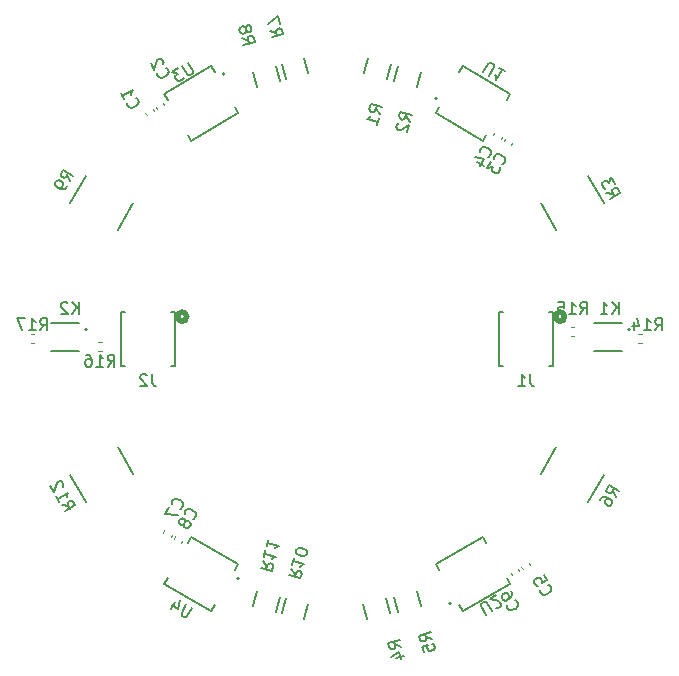
<source format=gbr>
%TF.GenerationSoftware,KiCad,Pcbnew,7.0.5*%
%TF.CreationDate,2023-06-22T13:55:38-04:00*%
%TF.ProjectId,ESP32Sensor-LED_board,45535033-3253-4656-9e73-6f722d4c4544,rev?*%
%TF.SameCoordinates,Original*%
%TF.FileFunction,Legend,Bot*%
%TF.FilePolarity,Positive*%
%FSLAX46Y46*%
G04 Gerber Fmt 4.6, Leading zero omitted, Abs format (unit mm)*
G04 Created by KiCad (PCBNEW 7.0.5) date 2023-06-22 13:55:38*
%MOMM*%
%LPD*%
G01*
G04 APERTURE LIST*
%ADD10C,0.150000*%
%ADD11C,0.152400*%
%ADD12C,0.120000*%
%ADD13C,0.508000*%
G04 APERTURE END LIST*
D10*
%TO.C,R3*%
X22803464Y12328252D02*
X23382523Y12277672D01*
X23089178Y11833380D02*
X23955203Y12333380D01*
X23955203Y12333380D02*
X23764727Y12663295D01*
X23764727Y12663295D02*
X23675869Y12721964D01*
X23675869Y12721964D02*
X23610820Y12739393D01*
X23610820Y12739393D02*
X23504532Y12733014D01*
X23504532Y12733014D02*
X23380814Y12661585D01*
X23380814Y12661585D02*
X23322145Y12572727D01*
X23322145Y12572727D02*
X23304715Y12507678D01*
X23304715Y12507678D02*
X23311095Y12401390D01*
X23311095Y12401390D02*
X23501571Y12071475D01*
X23502822Y13116927D02*
X23193299Y13653038D01*
X23193299Y13653038D02*
X23030051Y13173887D01*
X23030051Y13173887D02*
X22958622Y13297605D01*
X22958622Y13297605D02*
X22869764Y13356274D01*
X22869764Y13356274D02*
X22804715Y13373703D01*
X22804715Y13373703D02*
X22698427Y13367324D01*
X22698427Y13367324D02*
X22492230Y13248276D01*
X22492230Y13248276D02*
X22433561Y13159418D01*
X22433561Y13159418D02*
X22416132Y13094369D01*
X22416132Y13094369D02*
X22422511Y12988081D01*
X22422511Y12988081D02*
X22565369Y12740645D01*
X22565369Y12740645D02*
X22654227Y12681976D01*
X22654227Y12681976D02*
X22719276Y12664546D01*
%TO.C,R17*%
X-25138142Y715180D02*
X-24804809Y1191371D01*
X-24566714Y715180D02*
X-24566714Y1715180D01*
X-24566714Y1715180D02*
X-24947666Y1715180D01*
X-24947666Y1715180D02*
X-25042904Y1667561D01*
X-25042904Y1667561D02*
X-25090523Y1619942D01*
X-25090523Y1619942D02*
X-25138142Y1524704D01*
X-25138142Y1524704D02*
X-25138142Y1381847D01*
X-25138142Y1381847D02*
X-25090523Y1286609D01*
X-25090523Y1286609D02*
X-25042904Y1238990D01*
X-25042904Y1238990D02*
X-24947666Y1191371D01*
X-24947666Y1191371D02*
X-24566714Y1191371D01*
X-26090523Y715180D02*
X-25519095Y715180D01*
X-25804809Y715180D02*
X-25804809Y1715180D01*
X-25804809Y1715180D02*
X-25709571Y1572323D01*
X-25709571Y1572323D02*
X-25614333Y1477085D01*
X-25614333Y1477085D02*
X-25519095Y1429466D01*
X-26423857Y1715180D02*
X-27090523Y1715180D01*
X-27090523Y1715180D02*
X-26661952Y715180D01*
%TO.C,U2*%
X12612761Y-23369768D02*
X12207999Y-22668700D01*
X12207999Y-22668700D02*
X12201619Y-22562412D01*
X12201619Y-22562412D02*
X12219049Y-22497363D01*
X12219049Y-22497363D02*
X12277718Y-22408505D01*
X12277718Y-22408505D02*
X12442676Y-22313267D01*
X12442676Y-22313267D02*
X12548964Y-22306887D01*
X12548964Y-22306887D02*
X12614012Y-22324317D01*
X12614012Y-22324317D02*
X12702871Y-22382986D01*
X12702871Y-22382986D02*
X13107633Y-23084054D01*
X13431167Y-22787290D02*
X13496216Y-22804720D01*
X13496216Y-22804720D02*
X13602504Y-22798340D01*
X13602504Y-22798340D02*
X13808701Y-22679292D01*
X13808701Y-22679292D02*
X13867370Y-22590434D01*
X13867370Y-22590434D02*
X13884800Y-22525385D01*
X13884800Y-22525385D02*
X13878420Y-22419097D01*
X13878420Y-22419097D02*
X13830801Y-22336618D01*
X13830801Y-22336618D02*
X13718133Y-22236710D01*
X13718133Y-22236710D02*
X12937547Y-22027553D01*
X12937547Y-22027553D02*
X13473658Y-21718029D01*
%TO.C,R5*%
X8071121Y-25420553D02*
X7524883Y-25221825D01*
X7923224Y-24868596D02*
X6957298Y-25127415D01*
X6957298Y-25127415D02*
X7055896Y-25495387D01*
X7055896Y-25495387D02*
X7126542Y-25575055D01*
X7126542Y-25575055D02*
X7184863Y-25608727D01*
X7184863Y-25608727D02*
X7289181Y-25630074D01*
X7289181Y-25630074D02*
X7427170Y-25593100D01*
X7427170Y-25593100D02*
X7506838Y-25522454D01*
X7506838Y-25522454D02*
X7540510Y-25464132D01*
X7540510Y-25464132D02*
X7561857Y-25359815D01*
X7561857Y-25359815D02*
X7463259Y-24991843D01*
X7339364Y-26553305D02*
X7216117Y-26093341D01*
X7216117Y-26093341D02*
X7663757Y-25924097D01*
X7663757Y-25924097D02*
X7630085Y-25982418D01*
X7630085Y-25982418D02*
X7608738Y-26086736D01*
X7608738Y-26086736D02*
X7670362Y-26316718D01*
X7670362Y-26316718D02*
X7741008Y-26396387D01*
X7741008Y-26396387D02*
X7799329Y-26430058D01*
X7799329Y-26430058D02*
X7903647Y-26451405D01*
X7903647Y-26451405D02*
X8133629Y-26389782D01*
X8133629Y-26389782D02*
X8213297Y-26319136D01*
X8213297Y-26319136D02*
X8246969Y-26260815D01*
X8246969Y-26260815D02*
X8268316Y-26156497D01*
X8268316Y-26156497D02*
X8206692Y-25926515D01*
X8206692Y-25926515D02*
X8136047Y-25846846D01*
X8136047Y-25846846D02*
X8077725Y-25813175D01*
%TO.C,K1*%
X23852094Y2085180D02*
X23852094Y3085180D01*
X23280666Y2085180D02*
X23709237Y2656609D01*
X23280666Y3085180D02*
X23852094Y2513752D01*
X22328285Y2085180D02*
X22899713Y2085180D01*
X22613999Y2085180D02*
X22613999Y3085180D01*
X22613999Y3085180D02*
X22709237Y2942323D01*
X22709237Y2942323D02*
X22804475Y2847085D01*
X22804475Y2847085D02*
X22899713Y2799466D01*
%TO.C,R7*%
X-5674321Y26064253D02*
X-5128083Y25865525D01*
X-5526424Y25512296D02*
X-4560498Y25771115D01*
X-4560498Y25771115D02*
X-4659096Y26139087D01*
X-4659096Y26139087D02*
X-4729742Y26218755D01*
X-4729742Y26218755D02*
X-4788063Y26252427D01*
X-4788063Y26252427D02*
X-4892381Y26273774D01*
X-4892381Y26273774D02*
X-5030370Y26236800D01*
X-5030370Y26236800D02*
X-5110038Y26166154D01*
X-5110038Y26166154D02*
X-5143710Y26107832D01*
X-5143710Y26107832D02*
X-5165057Y26003515D01*
X-5165057Y26003515D02*
X-5066459Y25635543D01*
X-4794668Y26645048D02*
X-4967214Y27288998D01*
X-4967214Y27288998D02*
X-5822217Y26616211D01*
%TO.C,J1*%
X16333333Y-3010819D02*
X16333333Y-3725104D01*
X16333333Y-3725104D02*
X16380952Y-3867961D01*
X16380952Y-3867961D02*
X16476190Y-3963200D01*
X16476190Y-3963200D02*
X16619047Y-4010819D01*
X16619047Y-4010819D02*
X16714285Y-4010819D01*
X15333333Y-4010819D02*
X15904761Y-4010819D01*
X15619047Y-4010819D02*
X15619047Y-3010819D01*
X15619047Y-3010819D02*
X15714285Y-3153676D01*
X15714285Y-3153676D02*
X15809523Y-3248914D01*
X15809523Y-3248914D02*
X15904761Y-3296533D01*
%TO.C,R10*%
X-3911640Y-19485838D02*
X-3537948Y-19931060D01*
X-4059536Y-20037796D02*
X-3093610Y-20296615D01*
X-3093610Y-20296615D02*
X-2995013Y-19928643D01*
X-2995013Y-19928643D02*
X-3016360Y-19824325D01*
X-3016360Y-19824325D02*
X-3050031Y-19766004D01*
X-3050031Y-19766004D02*
X-3129700Y-19695358D01*
X-3129700Y-19695358D02*
X-3267689Y-19658384D01*
X-3267689Y-19658384D02*
X-3372007Y-19679731D01*
X-3372007Y-19679731D02*
X-3430328Y-19713403D01*
X-3430328Y-19713403D02*
X-3500974Y-19793071D01*
X-3500974Y-19793071D02*
X-3599572Y-20161043D01*
X-3665145Y-18565909D02*
X-3813042Y-19117866D01*
X-3739094Y-18841887D02*
X-2773168Y-19100707D01*
X-2773168Y-19100707D02*
X-2935807Y-19155725D01*
X-2935807Y-19155725D02*
X-3052449Y-19223069D01*
X-3052449Y-19223069D02*
X-3123095Y-19302737D01*
X-2538998Y-18226774D02*
X-2514349Y-18134781D01*
X-2514349Y-18134781D02*
X-2535696Y-18030463D01*
X-2535696Y-18030463D02*
X-2569368Y-17972142D01*
X-2569368Y-17972142D02*
X-2649036Y-17901496D01*
X-2649036Y-17901496D02*
X-2820697Y-17806201D01*
X-2820697Y-17806201D02*
X-3050679Y-17744577D01*
X-3050679Y-17744577D02*
X-3246990Y-17741275D01*
X-3246990Y-17741275D02*
X-3351307Y-17762622D01*
X-3351307Y-17762622D02*
X-3409629Y-17796293D01*
X-3409629Y-17796293D02*
X-3480275Y-17875962D01*
X-3480275Y-17875962D02*
X-3504924Y-17967955D01*
X-3504924Y-17967955D02*
X-3483577Y-18072272D01*
X-3483577Y-18072272D02*
X-3449905Y-18130593D01*
X-3449905Y-18130593D02*
X-3370237Y-18201239D01*
X-3370237Y-18201239D02*
X-3198576Y-18296535D01*
X-3198576Y-18296535D02*
X-2968593Y-18358158D01*
X-2968593Y-18358158D02*
X-2772283Y-18361461D01*
X-2772283Y-18361461D02*
X-2667965Y-18340114D01*
X-2667965Y-18340114D02*
X-2609644Y-18306442D01*
X-2609644Y-18306442D02*
X-2538998Y-18226774D01*
%TO.C,R6*%
X23591216Y-13418072D02*
X23345490Y-12891301D01*
X23876931Y-12923200D02*
X23010905Y-12423200D01*
X23010905Y-12423200D02*
X22820429Y-12753115D01*
X22820429Y-12753115D02*
X22814049Y-12859403D01*
X22814049Y-12859403D02*
X22831479Y-12924452D01*
X22831479Y-12924452D02*
X22890148Y-13013310D01*
X22890148Y-13013310D02*
X23013866Y-13084739D01*
X23013866Y-13084739D02*
X23120154Y-13091118D01*
X23120154Y-13091118D02*
X23185203Y-13073688D01*
X23185203Y-13073688D02*
X23274061Y-13015019D01*
X23274061Y-13015019D02*
X23464538Y-12685105D01*
X22296620Y-13660379D02*
X22391858Y-13495422D01*
X22391858Y-13495422D02*
X22480716Y-13436753D01*
X22480716Y-13436753D02*
X22545765Y-13419323D01*
X22545765Y-13419323D02*
X22717102Y-13408273D01*
X22717102Y-13408273D02*
X22905869Y-13462272D01*
X22905869Y-13462272D02*
X23235783Y-13652748D01*
X23235783Y-13652748D02*
X23294452Y-13741607D01*
X23294452Y-13741607D02*
X23311882Y-13806655D01*
X23311882Y-13806655D02*
X23305502Y-13912944D01*
X23305502Y-13912944D02*
X23210264Y-14077901D01*
X23210264Y-14077901D02*
X23121406Y-14136570D01*
X23121406Y-14136570D02*
X23056357Y-14154000D01*
X23056357Y-14154000D02*
X22950069Y-14147620D01*
X22950069Y-14147620D02*
X22743872Y-14028572D01*
X22743872Y-14028572D02*
X22685203Y-13939714D01*
X22685203Y-13939714D02*
X22667773Y-13874665D01*
X22667773Y-13874665D02*
X22674153Y-13768377D01*
X22674153Y-13768377D02*
X22769391Y-13603420D01*
X22769391Y-13603420D02*
X22858250Y-13544751D01*
X22858250Y-13544751D02*
X22923298Y-13527321D01*
X22923298Y-13527321D02*
X23029587Y-13533701D01*
%TO.C,R14*%
X26931857Y715180D02*
X27265190Y1191371D01*
X27503285Y715180D02*
X27503285Y1715180D01*
X27503285Y1715180D02*
X27122333Y1715180D01*
X27122333Y1715180D02*
X27027095Y1667561D01*
X27027095Y1667561D02*
X26979476Y1619942D01*
X26979476Y1619942D02*
X26931857Y1524704D01*
X26931857Y1524704D02*
X26931857Y1381847D01*
X26931857Y1381847D02*
X26979476Y1286609D01*
X26979476Y1286609D02*
X27027095Y1238990D01*
X27027095Y1238990D02*
X27122333Y1191371D01*
X27122333Y1191371D02*
X27503285Y1191371D01*
X25979476Y715180D02*
X26550904Y715180D01*
X26265190Y715180D02*
X26265190Y1715180D01*
X26265190Y1715180D02*
X26360428Y1572323D01*
X26360428Y1572323D02*
X26455666Y1477085D01*
X26455666Y1477085D02*
X26550904Y1429466D01*
X25122333Y1381847D02*
X25122333Y715180D01*
X25360428Y1762800D02*
X25598523Y1048514D01*
X25598523Y1048514D02*
X24979476Y1048514D01*
%TO.C,R16*%
X-19423142Y-2359819D02*
X-19089809Y-1883628D01*
X-18851714Y-2359819D02*
X-18851714Y-1359819D01*
X-18851714Y-1359819D02*
X-19232666Y-1359819D01*
X-19232666Y-1359819D02*
X-19327904Y-1407438D01*
X-19327904Y-1407438D02*
X-19375523Y-1455057D01*
X-19375523Y-1455057D02*
X-19423142Y-1550295D01*
X-19423142Y-1550295D02*
X-19423142Y-1693152D01*
X-19423142Y-1693152D02*
X-19375523Y-1788390D01*
X-19375523Y-1788390D02*
X-19327904Y-1836009D01*
X-19327904Y-1836009D02*
X-19232666Y-1883628D01*
X-19232666Y-1883628D02*
X-18851714Y-1883628D01*
X-20375523Y-2359819D02*
X-19804095Y-2359819D01*
X-20089809Y-2359819D02*
X-20089809Y-1359819D01*
X-20089809Y-1359819D02*
X-19994571Y-1502676D01*
X-19994571Y-1502676D02*
X-19899333Y-1597914D01*
X-19899333Y-1597914D02*
X-19804095Y-1645533D01*
X-21232666Y-1359819D02*
X-21042190Y-1359819D01*
X-21042190Y-1359819D02*
X-20946952Y-1407438D01*
X-20946952Y-1407438D02*
X-20899333Y-1455057D01*
X-20899333Y-1455057D02*
X-20804095Y-1597914D01*
X-20804095Y-1597914D02*
X-20756476Y-1788390D01*
X-20756476Y-1788390D02*
X-20756476Y-2169342D01*
X-20756476Y-2169342D02*
X-20804095Y-2264580D01*
X-20804095Y-2264580D02*
X-20851714Y-2312200D01*
X-20851714Y-2312200D02*
X-20946952Y-2359819D01*
X-20946952Y-2359819D02*
X-21137428Y-2359819D01*
X-21137428Y-2359819D02*
X-21232666Y-2312200D01*
X-21232666Y-2312200D02*
X-21280285Y-2264580D01*
X-21280285Y-2264580D02*
X-21327904Y-2169342D01*
X-21327904Y-2169342D02*
X-21327904Y-1931247D01*
X-21327904Y-1931247D02*
X-21280285Y-1836009D01*
X-21280285Y-1836009D02*
X-21232666Y-1788390D01*
X-21232666Y-1788390D02*
X-21137428Y-1740771D01*
X-21137428Y-1740771D02*
X-20946952Y-1740771D01*
X-20946952Y-1740771D02*
X-20851714Y-1788390D01*
X-20851714Y-1788390D02*
X-20804095Y-1836009D01*
X-20804095Y-1836009D02*
X-20756476Y-1931247D01*
%TO.C,R12*%
X-23313456Y-14119141D02*
X-22734396Y-14169721D01*
X-23027741Y-14614012D02*
X-22161716Y-14114012D01*
X-22161716Y-14114012D02*
X-22352192Y-13784098D01*
X-22352192Y-13784098D02*
X-22441051Y-13725429D01*
X-22441051Y-13725429D02*
X-22506099Y-13707999D01*
X-22506099Y-13707999D02*
X-22612388Y-13714379D01*
X-22612388Y-13714379D02*
X-22736105Y-13785807D01*
X-22736105Y-13785807D02*
X-22794775Y-13874666D01*
X-22794775Y-13874666D02*
X-22812204Y-13939715D01*
X-22812204Y-13939715D02*
X-22805825Y-14046003D01*
X-22805825Y-14046003D02*
X-22615348Y-14375917D01*
X-23789646Y-13294355D02*
X-23503932Y-13789226D01*
X-23646789Y-13541790D02*
X-22780764Y-13041790D01*
X-22780764Y-13041790D02*
X-22856863Y-13195698D01*
X-22856863Y-13195698D02*
X-22891722Y-13325795D01*
X-22891722Y-13325795D02*
X-22885342Y-13432083D01*
X-23196576Y-12512059D02*
X-23179146Y-12447010D01*
X-23179146Y-12447010D02*
X-23185526Y-12340722D01*
X-23185526Y-12340722D02*
X-23304573Y-12134526D01*
X-23304573Y-12134526D02*
X-23393432Y-12075857D01*
X-23393432Y-12075857D02*
X-23458480Y-12058427D01*
X-23458480Y-12058427D02*
X-23564769Y-12064807D01*
X-23564769Y-12064807D02*
X-23647247Y-12112426D01*
X-23647247Y-12112426D02*
X-23747156Y-12225093D01*
X-23747156Y-12225093D02*
X-23956313Y-13005679D01*
X-23956313Y-13005679D02*
X-24265837Y-12469568D01*
%TO.C,C6*%
X14396937Y-22549131D02*
X14379508Y-22614180D01*
X14379508Y-22614180D02*
X14409697Y-22761707D01*
X14409697Y-22761707D02*
X14457316Y-22844186D01*
X14457316Y-22844186D02*
X14569984Y-22944094D01*
X14569984Y-22944094D02*
X14700081Y-22978954D01*
X14700081Y-22978954D02*
X14806370Y-22972574D01*
X14806370Y-22972574D02*
X14995136Y-22918575D01*
X14995136Y-22918575D02*
X15118854Y-22847147D01*
X15118854Y-22847147D02*
X15260002Y-22710669D01*
X15260002Y-22710669D02*
X15318671Y-22621811D01*
X15318671Y-22621811D02*
X15353531Y-22491713D01*
X15353531Y-22491713D02*
X15323341Y-22344186D01*
X15323341Y-22344186D02*
X15275722Y-22261707D01*
X15275722Y-22261707D02*
X15163054Y-22161799D01*
X15163054Y-22161799D02*
X15098006Y-22144369D01*
X14751913Y-21354443D02*
X14847151Y-21519400D01*
X14847151Y-21519400D02*
X14853531Y-21625688D01*
X14853531Y-21625688D02*
X14836101Y-21690737D01*
X14836101Y-21690737D02*
X14760002Y-21844644D01*
X14760002Y-21844644D02*
X14618854Y-21981121D01*
X14618854Y-21981121D02*
X14288940Y-22171598D01*
X14288940Y-22171598D02*
X14182652Y-22177977D01*
X14182652Y-22177977D02*
X14117603Y-22160548D01*
X14117603Y-22160548D02*
X14028744Y-22101879D01*
X14028744Y-22101879D02*
X13933506Y-21936921D01*
X13933506Y-21936921D02*
X13927127Y-21830633D01*
X13927127Y-21830633D02*
X13944556Y-21765584D01*
X13944556Y-21765584D02*
X14003225Y-21676726D01*
X14003225Y-21676726D02*
X14209422Y-21557678D01*
X14209422Y-21557678D02*
X14315710Y-21551299D01*
X14315710Y-21551299D02*
X14380759Y-21568728D01*
X14380759Y-21568728D02*
X14469617Y-21627397D01*
X14469617Y-21627397D02*
X14564855Y-21792355D01*
X14564855Y-21792355D02*
X14571235Y-21898643D01*
X14571235Y-21898643D02*
X14553805Y-21963692D01*
X14553805Y-21963692D02*
X14495136Y-22052550D01*
%TO.C,U3*%
X-12612761Y23369768D02*
X-12207999Y22668700D01*
X-12207999Y22668700D02*
X-12201619Y22562412D01*
X-12201619Y22562412D02*
X-12219049Y22497363D01*
X-12219049Y22497363D02*
X-12277718Y22408505D01*
X-12277718Y22408505D02*
X-12442676Y22313267D01*
X-12442676Y22313267D02*
X-12548964Y22306887D01*
X-12548964Y22306887D02*
X-12614012Y22324317D01*
X-12614012Y22324317D02*
X-12702871Y22382986D01*
X-12702871Y22382986D02*
X-13107633Y23084054D01*
X-13437547Y22893578D02*
X-13973658Y22584054D01*
X-13973658Y22584054D02*
X-13494507Y22420806D01*
X-13494507Y22420806D02*
X-13618225Y22349378D01*
X-13618225Y22349378D02*
X-13676894Y22260519D01*
X-13676894Y22260519D02*
X-13694324Y22195471D01*
X-13694324Y22195471D02*
X-13687944Y22089183D01*
X-13687944Y22089183D02*
X-13568896Y21882986D01*
X-13568896Y21882986D02*
X-13480038Y21824317D01*
X-13480038Y21824317D02*
X-13414989Y21806887D01*
X-13414989Y21806887D02*
X-13308701Y21813267D01*
X-13308701Y21813267D02*
X-13061265Y21956124D01*
X-13061265Y21956124D02*
X-13002596Y22044982D01*
X-13002596Y22044982D02*
X-12985166Y22110031D01*
%TO.C,R2*%
X6185192Y18382173D02*
X5811501Y18827395D01*
X6333089Y18934130D02*
X5367163Y19192950D01*
X5367163Y19192950D02*
X5268565Y18824978D01*
X5268565Y18824978D02*
X5289912Y18720660D01*
X5289912Y18720660D02*
X5323584Y18662339D01*
X5323584Y18662339D02*
X5403252Y18591693D01*
X5403252Y18591693D02*
X5541242Y18554719D01*
X5541242Y18554719D02*
X5645559Y18576066D01*
X5645559Y18576066D02*
X5703881Y18609738D01*
X5703881Y18609738D02*
X5774527Y18689406D01*
X5774527Y18689406D02*
X5873124Y19057378D01*
X5212662Y18248371D02*
X5154341Y18214699D01*
X5154341Y18214699D02*
X5083695Y18135031D01*
X5083695Y18135031D02*
X5022071Y17905048D01*
X5022071Y17905048D02*
X5043418Y17800731D01*
X5043418Y17800731D02*
X5077090Y17742410D01*
X5077090Y17742410D02*
X5156758Y17671764D01*
X5156758Y17671764D02*
X5248751Y17647114D01*
X5248751Y17647114D02*
X5399065Y17656137D01*
X5399065Y17656137D02*
X6098919Y18060198D01*
X6098919Y18060198D02*
X5938698Y17462243D01*
%TO.C,C5*%
X17170962Y-21254841D02*
X17153533Y-21319890D01*
X17153533Y-21319890D02*
X17183722Y-21467417D01*
X17183722Y-21467417D02*
X17231341Y-21549896D01*
X17231341Y-21549896D02*
X17344009Y-21649804D01*
X17344009Y-21649804D02*
X17474106Y-21684664D01*
X17474106Y-21684664D02*
X17580395Y-21678284D01*
X17580395Y-21678284D02*
X17769161Y-21624285D01*
X17769161Y-21624285D02*
X17892879Y-21552857D01*
X17892879Y-21552857D02*
X18034027Y-21416379D01*
X18034027Y-21416379D02*
X18092696Y-21327521D01*
X18092696Y-21327521D02*
X18127556Y-21197423D01*
X18127556Y-21197423D02*
X18097366Y-21049896D01*
X18097366Y-21049896D02*
X18049747Y-20967417D01*
X18049747Y-20967417D02*
X17937079Y-20867509D01*
X17937079Y-20867509D02*
X17872031Y-20850079D01*
X17502128Y-20018913D02*
X17740223Y-20431306D01*
X17740223Y-20431306D02*
X17351640Y-20710641D01*
X17351640Y-20710641D02*
X17369070Y-20645592D01*
X17369070Y-20645592D02*
X17362690Y-20539304D01*
X17362690Y-20539304D02*
X17243642Y-20333107D01*
X17243642Y-20333107D02*
X17154784Y-20274438D01*
X17154784Y-20274438D02*
X17089735Y-20257009D01*
X17089735Y-20257009D02*
X16983447Y-20263388D01*
X16983447Y-20263388D02*
X16777250Y-20382436D01*
X16777250Y-20382436D02*
X16718581Y-20471294D01*
X16718581Y-20471294D02*
X16701152Y-20536343D01*
X16701152Y-20536343D02*
X16707531Y-20642631D01*
X16707531Y-20642631D02*
X16826579Y-20848828D01*
X16826579Y-20848828D02*
X16915437Y-20907497D01*
X16915437Y-20907497D02*
X16980486Y-20924927D01*
%TO.C,C8*%
X-12192139Y-15249938D02*
X-12127090Y-15232508D01*
X-12127090Y-15232508D02*
X-12014422Y-15132600D01*
X-12014422Y-15132600D02*
X-11966803Y-15050121D01*
X-11966803Y-15050121D02*
X-11936614Y-14902594D01*
X-11936614Y-14902594D02*
X-11971474Y-14772496D01*
X-11971474Y-14772496D02*
X-12030143Y-14683638D01*
X-12030143Y-14683638D02*
X-12171290Y-14547160D01*
X-12171290Y-14547160D02*
X-12295008Y-14475732D01*
X-12295008Y-14475732D02*
X-12483775Y-14421733D01*
X-12483775Y-14421733D02*
X-12590063Y-14415353D01*
X-12590063Y-14415353D02*
X-12720161Y-14450213D01*
X-12720161Y-14450213D02*
X-12832829Y-14550121D01*
X-12832829Y-14550121D02*
X-12880448Y-14632600D01*
X-12880448Y-14632600D02*
X-12910637Y-14780127D01*
X-12910637Y-14780127D02*
X-12893207Y-14845176D01*
X-12890247Y-15506714D02*
X-12883867Y-15400426D01*
X-12883867Y-15400426D02*
X-12901297Y-15335377D01*
X-12901297Y-15335377D02*
X-12959966Y-15246519D01*
X-12959966Y-15246519D02*
X-13001205Y-15222709D01*
X-13001205Y-15222709D02*
X-13107493Y-15216330D01*
X-13107493Y-15216330D02*
X-13172542Y-15233759D01*
X-13172542Y-15233759D02*
X-13261400Y-15292429D01*
X-13261400Y-15292429D02*
X-13356638Y-15457386D01*
X-13356638Y-15457386D02*
X-13363018Y-15563674D01*
X-13363018Y-15563674D02*
X-13345588Y-15628723D01*
X-13345588Y-15628723D02*
X-13286919Y-15717581D01*
X-13286919Y-15717581D02*
X-13245680Y-15741391D01*
X-13245680Y-15741391D02*
X-13139392Y-15747770D01*
X-13139392Y-15747770D02*
X-13074343Y-15730341D01*
X-13074343Y-15730341D02*
X-12985485Y-15671671D01*
X-12985485Y-15671671D02*
X-12890247Y-15506714D01*
X-12890247Y-15506714D02*
X-12801388Y-15448045D01*
X-12801388Y-15448045D02*
X-12736339Y-15430615D01*
X-12736339Y-15430615D02*
X-12630051Y-15436995D01*
X-12630051Y-15436995D02*
X-12465094Y-15532233D01*
X-12465094Y-15532233D02*
X-12406425Y-15621092D01*
X-12406425Y-15621092D02*
X-12388995Y-15686140D01*
X-12388995Y-15686140D02*
X-12395375Y-15792429D01*
X-12395375Y-15792429D02*
X-12490613Y-15957386D01*
X-12490613Y-15957386D02*
X-12579471Y-16016055D01*
X-12579471Y-16016055D02*
X-12644520Y-16033485D01*
X-12644520Y-16033485D02*
X-12750808Y-16027105D01*
X-12750808Y-16027105D02*
X-12915765Y-15931867D01*
X-12915765Y-15931867D02*
X-12974435Y-15843008D01*
X-12974435Y-15843008D02*
X-12991864Y-15777960D01*
X-12991864Y-15777960D02*
X-12985485Y-15671671D01*
%TO.C,C1*%
X-17754083Y19995887D02*
X-17771512Y19930838D01*
X-17771512Y19930838D02*
X-17741323Y19783311D01*
X-17741323Y19783311D02*
X-17693704Y19700832D01*
X-17693704Y19700832D02*
X-17581036Y19600924D01*
X-17581036Y19600924D02*
X-17450939Y19566064D01*
X-17450939Y19566064D02*
X-17344650Y19572444D01*
X-17344650Y19572444D02*
X-17155884Y19626443D01*
X-17155884Y19626443D02*
X-17032166Y19697871D01*
X-17032166Y19697871D02*
X-16891018Y19834349D01*
X-16891018Y19834349D02*
X-16832349Y19923207D01*
X-16832349Y19923207D02*
X-16797489Y20053305D01*
X-16797489Y20053305D02*
X-16827679Y20200832D01*
X-16827679Y20200832D02*
X-16875298Y20283311D01*
X-16875298Y20283311D02*
X-16987966Y20383219D01*
X-16987966Y20383219D02*
X-17053014Y20400649D01*
X-18312752Y20773054D02*
X-18027037Y20278182D01*
X-18169895Y20525618D02*
X-17303869Y21025618D01*
X-17303869Y21025618D02*
X-17379968Y20871711D01*
X-17379968Y20871711D02*
X-17414828Y20741613D01*
X-17414828Y20741613D02*
X-17408448Y20635325D01*
%TO.C,U4*%
X-12260921Y-22777290D02*
X-12665683Y-23478359D01*
X-12665683Y-23478359D02*
X-12754541Y-23537028D01*
X-12754541Y-23537028D02*
X-12819590Y-23554457D01*
X-12819590Y-23554457D02*
X-12925878Y-23548078D01*
X-12925878Y-23548078D02*
X-13090836Y-23452840D01*
X-13090836Y-23452840D02*
X-13149505Y-23363981D01*
X-13149505Y-23363981D02*
X-13166934Y-23298932D01*
X-13166934Y-23298932D02*
X-13160555Y-23192644D01*
X-13160555Y-23192644D02*
X-12755793Y-22491576D01*
X-13706006Y-22327870D02*
X-14039340Y-22905221D01*
X-13309334Y-22117003D02*
X-13460280Y-22854641D01*
X-13460280Y-22854641D02*
X-13996391Y-22545117D01*
%TO.C,C4*%
X12802805Y15404784D02*
X12867854Y15422214D01*
X12867854Y15422214D02*
X12980522Y15522122D01*
X12980522Y15522122D02*
X13028141Y15604601D01*
X13028141Y15604601D02*
X13058330Y15752128D01*
X13058330Y15752128D02*
X13023470Y15882226D01*
X13023470Y15882226D02*
X12964801Y15971084D01*
X12964801Y15971084D02*
X12823654Y16107562D01*
X12823654Y16107562D02*
X12699936Y16178990D01*
X12699936Y16178990D02*
X12511169Y16232989D01*
X12511169Y16232989D02*
X12404881Y16239369D01*
X12404881Y16239369D02*
X12274783Y16204509D01*
X12274783Y16204509D02*
X12162115Y16104601D01*
X12162115Y16104601D02*
X12114496Y16022122D01*
X12114496Y16022122D02*
X12084307Y15874595D01*
X12084307Y15874595D02*
X12101737Y15809546D01*
X11879362Y14948191D02*
X12456712Y14614858D01*
X11668495Y15344864D02*
X12406132Y15193917D01*
X12406132Y15193917D02*
X12096608Y14657806D01*
%TO.C,J2*%
X-15666666Y-3010819D02*
X-15666666Y-3725104D01*
X-15666666Y-3725104D02*
X-15619047Y-3867961D01*
X-15619047Y-3867961D02*
X-15523809Y-3963200D01*
X-15523809Y-3963200D02*
X-15380952Y-4010819D01*
X-15380952Y-4010819D02*
X-15285714Y-4010819D01*
X-16095238Y-3106057D02*
X-16142857Y-3058438D01*
X-16142857Y-3058438D02*
X-16238095Y-3010819D01*
X-16238095Y-3010819D02*
X-16476190Y-3010819D01*
X-16476190Y-3010819D02*
X-16571428Y-3058438D01*
X-16571428Y-3058438D02*
X-16619047Y-3106057D01*
X-16619047Y-3106057D02*
X-16666666Y-3201295D01*
X-16666666Y-3201295D02*
X-16666666Y-3296533D01*
X-16666666Y-3296533D02*
X-16619047Y-3439390D01*
X-16619047Y-3439390D02*
X-16047619Y-4010819D01*
X-16047619Y-4010819D02*
X-16666666Y-4010819D01*
%TO.C,C2*%
X-15214073Y22535872D02*
X-15231502Y22470823D01*
X-15231502Y22470823D02*
X-15201313Y22323296D01*
X-15201313Y22323296D02*
X-15153694Y22240817D01*
X-15153694Y22240817D02*
X-15041026Y22140909D01*
X-15041026Y22140909D02*
X-14910929Y22106049D01*
X-14910929Y22106049D02*
X-14804640Y22112429D01*
X-14804640Y22112429D02*
X-14615874Y22166428D01*
X-14615874Y22166428D02*
X-14492156Y22237856D01*
X-14492156Y22237856D02*
X-14351008Y22374334D01*
X-14351008Y22374334D02*
X-14292339Y22463192D01*
X-14292339Y22463192D02*
X-14257479Y22593290D01*
X-14257479Y22593290D02*
X-14287669Y22740817D01*
X-14287669Y22740817D02*
X-14335288Y22823296D01*
X-14335288Y22823296D02*
X-14447956Y22923204D01*
X-14447956Y22923204D02*
X-14513004Y22940634D01*
X-14703481Y23270548D02*
X-14686051Y23335597D01*
X-14686051Y23335597D02*
X-14692431Y23441885D01*
X-14692431Y23441885D02*
X-14811478Y23648082D01*
X-14811478Y23648082D02*
X-14900337Y23706751D01*
X-14900337Y23706751D02*
X-14965385Y23724181D01*
X-14965385Y23724181D02*
X-15071674Y23717801D01*
X-15071674Y23717801D02*
X-15154152Y23670182D01*
X-15154152Y23670182D02*
X-15254061Y23557514D01*
X-15254061Y23557514D02*
X-15463218Y22776928D01*
X-15463218Y22776928D02*
X-15772742Y23313039D01*
%TO.C,R8*%
X-8071121Y25420553D02*
X-7524883Y25221825D01*
X-7923224Y24868596D02*
X-6957298Y25127415D01*
X-6957298Y25127415D02*
X-7055896Y25495387D01*
X-7055896Y25495387D02*
X-7126542Y25575055D01*
X-7126542Y25575055D02*
X-7184863Y25608727D01*
X-7184863Y25608727D02*
X-7289181Y25630074D01*
X-7289181Y25630074D02*
X-7427170Y25593100D01*
X-7427170Y25593100D02*
X-7506838Y25522454D01*
X-7506838Y25522454D02*
X-7540510Y25464132D01*
X-7540510Y25464132D02*
X-7561857Y25359815D01*
X-7561857Y25359815D02*
X-7463259Y24991843D01*
X-7667060Y26120408D02*
X-7596414Y26040739D01*
X-7596414Y26040739D02*
X-7538092Y26007068D01*
X-7538092Y26007068D02*
X-7433775Y25985721D01*
X-7433775Y25985721D02*
X-7387778Y25998045D01*
X-7387778Y25998045D02*
X-7308110Y26068691D01*
X-7308110Y26068691D02*
X-7274438Y26127012D01*
X-7274438Y26127012D02*
X-7253091Y26231330D01*
X-7253091Y26231330D02*
X-7302390Y26415316D01*
X-7302390Y26415316D02*
X-7373036Y26494984D01*
X-7373036Y26494984D02*
X-7431357Y26528656D01*
X-7431357Y26528656D02*
X-7535675Y26550003D01*
X-7535675Y26550003D02*
X-7581671Y26537678D01*
X-7581671Y26537678D02*
X-7661340Y26467032D01*
X-7661340Y26467032D02*
X-7695011Y26408711D01*
X-7695011Y26408711D02*
X-7716358Y26304394D01*
X-7716358Y26304394D02*
X-7667060Y26120408D01*
X-7667060Y26120408D02*
X-7688407Y26016090D01*
X-7688407Y26016090D02*
X-7722078Y25957769D01*
X-7722078Y25957769D02*
X-7801747Y25887123D01*
X-7801747Y25887123D02*
X-7985732Y25837824D01*
X-7985732Y25837824D02*
X-8090050Y25859171D01*
X-8090050Y25859171D02*
X-8148371Y25892843D01*
X-8148371Y25892843D02*
X-8219017Y25972511D01*
X-8219017Y25972511D02*
X-8268316Y26156497D01*
X-8268316Y26156497D02*
X-8246969Y26260815D01*
X-8246969Y26260815D02*
X-8213297Y26319136D01*
X-8213297Y26319136D02*
X-8133629Y26389782D01*
X-8133629Y26389782D02*
X-7949643Y26439081D01*
X-7949643Y26439081D02*
X-7845326Y26417734D01*
X-7845326Y26417734D02*
X-7787004Y26384062D01*
X-7787004Y26384062D02*
X-7716358Y26304394D01*
%TO.C,C3*%
X13979418Y14798031D02*
X14044467Y14815461D01*
X14044467Y14815461D02*
X14157135Y14915369D01*
X14157135Y14915369D02*
X14204754Y14997848D01*
X14204754Y14997848D02*
X14234943Y15145375D01*
X14234943Y15145375D02*
X14200083Y15275473D01*
X14200083Y15275473D02*
X14141414Y15364331D01*
X14141414Y15364331D02*
X14000267Y15500809D01*
X14000267Y15500809D02*
X13876549Y15572237D01*
X13876549Y15572237D02*
X13687782Y15626236D01*
X13687782Y15626236D02*
X13581494Y15632616D01*
X13581494Y15632616D02*
X13451396Y15597756D01*
X13451396Y15597756D02*
X13338728Y15497848D01*
X13338728Y15497848D02*
X13291109Y15415369D01*
X13291109Y15415369D02*
X13260920Y15267842D01*
X13260920Y15267842D02*
X13278350Y15202793D01*
X13029204Y14961737D02*
X12719681Y14425626D01*
X12719681Y14425626D02*
X13216262Y14523825D01*
X13216262Y14523825D02*
X13144833Y14400107D01*
X13144833Y14400107D02*
X13138453Y14293819D01*
X13138453Y14293819D02*
X13155883Y14228770D01*
X13155883Y14228770D02*
X13214552Y14139912D01*
X13214552Y14139912D02*
X13420749Y14020864D01*
X13420749Y14020864D02*
X13527037Y14014484D01*
X13527037Y14014484D02*
X13592086Y14031914D01*
X13592086Y14031914D02*
X13680944Y14090583D01*
X13680944Y14090583D02*
X13823801Y14338019D01*
X13823801Y14338019D02*
X13830181Y14444307D01*
X13830181Y14444307D02*
X13812751Y14509356D01*
%TO.C,R11*%
X-6308440Y-18842138D02*
X-5934748Y-19287360D01*
X-6456336Y-19394096D02*
X-5490410Y-19652915D01*
X-5490410Y-19652915D02*
X-5391813Y-19284943D01*
X-5391813Y-19284943D02*
X-5413160Y-19180625D01*
X-5413160Y-19180625D02*
X-5446831Y-19122304D01*
X-5446831Y-19122304D02*
X-5526500Y-19051658D01*
X-5526500Y-19051658D02*
X-5664489Y-19014684D01*
X-5664489Y-19014684D02*
X-5768807Y-19036031D01*
X-5768807Y-19036031D02*
X-5827128Y-19069703D01*
X-5827128Y-19069703D02*
X-5897774Y-19149371D01*
X-5897774Y-19149371D02*
X-5996372Y-19517343D01*
X-6061945Y-17922209D02*
X-6209842Y-18474166D01*
X-6135894Y-18198187D02*
X-5169968Y-18457007D01*
X-5169968Y-18457007D02*
X-5332607Y-18512025D01*
X-5332607Y-18512025D02*
X-5449249Y-18579369D01*
X-5449249Y-18579369D02*
X-5519895Y-18659037D01*
X-5815451Y-17002279D02*
X-5963348Y-17554237D01*
X-5889399Y-17278258D02*
X-4923473Y-17537077D01*
X-4923473Y-17537077D02*
X-5086112Y-17592096D01*
X-5086112Y-17592096D02*
X-5202755Y-17659439D01*
X-5202755Y-17659439D02*
X-5273401Y-17739108D01*
%TO.C,R4*%
X5442421Y-26064253D02*
X4896183Y-25865525D01*
X5294524Y-25512296D02*
X4328598Y-25771115D01*
X4328598Y-25771115D02*
X4427196Y-26139087D01*
X4427196Y-26139087D02*
X4497842Y-26218755D01*
X4497842Y-26218755D02*
X4556163Y-26252427D01*
X4556163Y-26252427D02*
X4660481Y-26273774D01*
X4660481Y-26273774D02*
X4798470Y-26236800D01*
X4798470Y-26236800D02*
X4878138Y-26166154D01*
X4878138Y-26166154D02*
X4911810Y-26107832D01*
X4911810Y-26107832D02*
X4933157Y-26003515D01*
X4933157Y-26003515D02*
X4834559Y-25635543D01*
X5020315Y-27064736D02*
X5664265Y-26892190D01*
X4590720Y-26933351D02*
X5219043Y-26518498D01*
X5219043Y-26518498D02*
X5379264Y-27116452D01*
%TO.C,R15*%
X20581857Y2085180D02*
X20915190Y2561371D01*
X21153285Y2085180D02*
X21153285Y3085180D01*
X21153285Y3085180D02*
X20772333Y3085180D01*
X20772333Y3085180D02*
X20677095Y3037561D01*
X20677095Y3037561D02*
X20629476Y2989942D01*
X20629476Y2989942D02*
X20581857Y2894704D01*
X20581857Y2894704D02*
X20581857Y2751847D01*
X20581857Y2751847D02*
X20629476Y2656609D01*
X20629476Y2656609D02*
X20677095Y2608990D01*
X20677095Y2608990D02*
X20772333Y2561371D01*
X20772333Y2561371D02*
X21153285Y2561371D01*
X19629476Y2085180D02*
X20200904Y2085180D01*
X19915190Y2085180D02*
X19915190Y3085180D01*
X19915190Y3085180D02*
X20010428Y2942323D01*
X20010428Y2942323D02*
X20105666Y2847085D01*
X20105666Y2847085D02*
X20200904Y2799466D01*
X18724714Y3085180D02*
X19200904Y3085180D01*
X19200904Y3085180D02*
X19248523Y2608990D01*
X19248523Y2608990D02*
X19200904Y2656609D01*
X19200904Y2656609D02*
X19105666Y2704228D01*
X19105666Y2704228D02*
X18867571Y2704228D01*
X18867571Y2704228D02*
X18772333Y2656609D01*
X18772333Y2656609D02*
X18724714Y2608990D01*
X18724714Y2608990D02*
X18677095Y2513752D01*
X18677095Y2513752D02*
X18677095Y2275657D01*
X18677095Y2275657D02*
X18724714Y2180419D01*
X18724714Y2180419D02*
X18772333Y2132800D01*
X18772333Y2132800D02*
X18867571Y2085180D01*
X18867571Y2085180D02*
X19105666Y2085180D01*
X19105666Y2085180D02*
X19200904Y2132800D01*
X19200904Y2132800D02*
X19248523Y2180419D01*
%TO.C,C7*%
X-13273250Y-14393432D02*
X-13208201Y-14376002D01*
X-13208201Y-14376002D02*
X-13095533Y-14276094D01*
X-13095533Y-14276094D02*
X-13047914Y-14193615D01*
X-13047914Y-14193615D02*
X-13017725Y-14046088D01*
X-13017725Y-14046088D02*
X-13052585Y-13915990D01*
X-13052585Y-13915990D02*
X-13111254Y-13827132D01*
X-13111254Y-13827132D02*
X-13252401Y-13690654D01*
X-13252401Y-13690654D02*
X-13376119Y-13619226D01*
X-13376119Y-13619226D02*
X-13564886Y-13565227D01*
X-13564886Y-13565227D02*
X-13671174Y-13558847D01*
X-13671174Y-13558847D02*
X-13801272Y-13593707D01*
X-13801272Y-13593707D02*
X-13913940Y-13693615D01*
X-13913940Y-13693615D02*
X-13961559Y-13776094D01*
X-13961559Y-13776094D02*
X-13991748Y-13923621D01*
X-13991748Y-13923621D02*
X-13974318Y-13988670D01*
X-14223464Y-14229726D02*
X-14556797Y-14807076D01*
X-14556797Y-14807076D02*
X-13476486Y-14935923D01*
%TO.C,K2*%
X-21867905Y2085180D02*
X-21867905Y3085180D01*
X-22439333Y2085180D02*
X-22010762Y2656609D01*
X-22439333Y3085180D02*
X-21867905Y2513752D01*
X-22820286Y2989942D02*
X-22867905Y3037561D01*
X-22867905Y3037561D02*
X-22963143Y3085180D01*
X-22963143Y3085180D02*
X-23201238Y3085180D01*
X-23201238Y3085180D02*
X-23296476Y3037561D01*
X-23296476Y3037561D02*
X-23344095Y2989942D01*
X-23344095Y2989942D02*
X-23391714Y2894704D01*
X-23391714Y2894704D02*
X-23391714Y2799466D01*
X-23391714Y2799466D02*
X-23344095Y2656609D01*
X-23344095Y2656609D02*
X-22772667Y2085180D01*
X-22772667Y2085180D02*
X-23391714Y2085180D01*
%TO.C,R9*%
X-22616366Y13321927D02*
X-22862092Y13848698D01*
X-22330651Y13816799D02*
X-23196677Y14316799D01*
X-23196677Y14316799D02*
X-23387153Y13986884D01*
X-23387153Y13986884D02*
X-23393533Y13880596D01*
X-23393533Y13880596D02*
X-23376103Y13815547D01*
X-23376103Y13815547D02*
X-23317434Y13726689D01*
X-23317434Y13726689D02*
X-23193716Y13655260D01*
X-23193716Y13655260D02*
X-23087428Y13648881D01*
X-23087428Y13648881D02*
X-23022379Y13666311D01*
X-23022379Y13666311D02*
X-22933521Y13724980D01*
X-22933521Y13724980D02*
X-22743044Y14054894D01*
X-22854461Y12909534D02*
X-22949699Y12744577D01*
X-22949699Y12744577D02*
X-23038557Y12685908D01*
X-23038557Y12685908D02*
X-23103606Y12668478D01*
X-23103606Y12668478D02*
X-23274943Y12657428D01*
X-23274943Y12657428D02*
X-23463710Y12711427D01*
X-23463710Y12711427D02*
X-23793624Y12901903D01*
X-23793624Y12901903D02*
X-23852293Y12990761D01*
X-23852293Y12990761D02*
X-23869723Y13055810D01*
X-23869723Y13055810D02*
X-23863343Y13162098D01*
X-23863343Y13162098D02*
X-23768105Y13327055D01*
X-23768105Y13327055D02*
X-23679247Y13385725D01*
X-23679247Y13385725D02*
X-23614198Y13403154D01*
X-23614198Y13403154D02*
X-23507910Y13396775D01*
X-23507910Y13396775D02*
X-23301713Y13277727D01*
X-23301713Y13277727D02*
X-23243044Y13188869D01*
X-23243044Y13188869D02*
X-23225615Y13123820D01*
X-23225615Y13123820D02*
X-23231994Y13017532D01*
X-23231994Y13017532D02*
X-23327232Y12852574D01*
X-23327232Y12852574D02*
X-23416091Y12793905D01*
X-23416091Y12793905D02*
X-23481140Y12776476D01*
X-23481140Y12776476D02*
X-23587428Y12782855D01*
%TO.C,U1*%
X12387921Y22557320D02*
X12792683Y23258389D01*
X12792683Y23258389D02*
X12881541Y23317058D01*
X12881541Y23317058D02*
X12946590Y23334487D01*
X12946590Y23334487D02*
X13052878Y23328108D01*
X13052878Y23328108D02*
X13217836Y23232870D01*
X13217836Y23232870D02*
X13276505Y23144011D01*
X13276505Y23144011D02*
X13293934Y23078962D01*
X13293934Y23078962D02*
X13287555Y22972674D01*
X13287555Y22972674D02*
X12882793Y22271606D01*
X14248818Y22637631D02*
X13753947Y22923346D01*
X14001382Y22780489D02*
X13501382Y21914463D01*
X13501382Y21914463D02*
X13490332Y22085800D01*
X13490332Y22085800D02*
X13455473Y22215898D01*
X13455473Y22215898D02*
X13396804Y22304756D01*
%TO.C,R1*%
X3661392Y19025873D02*
X3287701Y19471095D01*
X3809289Y19577830D02*
X2843363Y19836650D01*
X2843363Y19836650D02*
X2744765Y19468678D01*
X2744765Y19468678D02*
X2766112Y19364360D01*
X2766112Y19364360D02*
X2799784Y19306039D01*
X2799784Y19306039D02*
X2879452Y19235393D01*
X2879452Y19235393D02*
X3017442Y19198419D01*
X3017442Y19198419D02*
X3121759Y19219766D01*
X3121759Y19219766D02*
X3180081Y19253438D01*
X3180081Y19253438D02*
X3250727Y19333106D01*
X3250727Y19333106D02*
X3349324Y19701078D01*
X3414898Y18105943D02*
X3562795Y18657901D01*
X3488846Y18381922D02*
X2522920Y18640741D01*
X2522920Y18640741D02*
X2685559Y18695760D01*
X2685559Y18695760D02*
X2802202Y18763104D01*
X2802202Y18763104D02*
X2872848Y18842772D01*
D11*
%TO.C,R3*%
X21265955Y13814513D02*
X22596705Y11509587D01*
X18571245Y9185487D02*
X17240495Y11490413D01*
D12*
%TO.C,R17*%
X-25627359Y380000D02*
X-25934641Y380000D01*
X-25627359Y-380000D02*
X-25934641Y-380000D01*
D11*
%TO.C,U2*%
X9663284Y-22408663D02*
G75*
G03*
X9663284Y-22408663I-76200J0D01*
G01*
X14647323Y-20761923D02*
X10656677Y-23065923D01*
X14349193Y-20245546D02*
X14647323Y-20761923D01*
X12343323Y-16771277D02*
X12641453Y-17287654D01*
X10656677Y-23065923D02*
X10358547Y-22549546D01*
X8650807Y-19591654D02*
X8352677Y-19075277D01*
X8352677Y-19075277D02*
X12343323Y-16771277D01*
%TO.C,R5*%
X5153899Y-23111214D02*
X4813474Y-21840732D01*
X6751701Y-21321386D02*
X7092126Y-22591868D01*
%TO.C,K1*%
X24797100Y787900D02*
G75*
G03*
X24797100Y787900I-76200J0D01*
G01*
X21754300Y1319000D02*
X24116500Y1319000D01*
X24116500Y-1043200D02*
X21754300Y-1043200D01*
%TO.C,R7*%
X-2757099Y23754914D02*
X-2416674Y22484432D01*
X-4354901Y21965086D02*
X-4695326Y23235568D01*
D13*
%TO.C,J1*%
X19263900Y1866900D02*
G75*
G03*
X19263900Y1866900I-381000J0D01*
G01*
D11*
X13752100Y2286000D02*
X14028960Y2286000D01*
X13752100Y-2286000D02*
X13752100Y2286000D01*
X14028960Y-2286000D02*
X13752100Y-2286000D01*
X17971040Y2286000D02*
X18247900Y2286000D01*
X18247900Y2286000D02*
X18247900Y-2286000D01*
X18247900Y-2286000D02*
X17971040Y-2286000D01*
%TO.C,R10*%
X-2416674Y-22484432D02*
X-2757099Y-23754914D01*
X-4695326Y-23235568D02*
X-4354901Y-21965086D01*
%TO.C,R6*%
X17240479Y-11490413D02*
X18571229Y-9185487D01*
X22596689Y-11509587D02*
X21265939Y-13814513D01*
D12*
%TO.C,R14*%
X25807641Y380000D02*
X25500359Y380000D01*
X25807641Y-380000D02*
X25500359Y-380000D01*
%TO.C,R16*%
X-19912359Y-255000D02*
X-20219641Y-255000D01*
X-19912359Y-1015000D02*
X-20219641Y-1015000D01*
D11*
%TO.C,R12*%
X-18571229Y-9185487D02*
X-17240479Y-11490413D01*
X-21265939Y-13814513D02*
X-22596689Y-11509587D01*
D12*
%TO.C,C6*%
X15447887Y-19684589D02*
X15340051Y-19497811D01*
X14824349Y-20044589D02*
X14716513Y-19857811D01*
D11*
%TO.C,U3*%
X-9510884Y22408663D02*
G75*
G03*
X-9510884Y22408663I-76200J0D01*
G01*
X-14647323Y20761923D02*
X-10656677Y23065923D01*
X-14349193Y20245546D02*
X-14647323Y20761923D01*
X-12343323Y16771277D02*
X-12641453Y17287654D01*
X-10656677Y23065923D02*
X-10358547Y22549546D01*
X-8650807Y19591654D02*
X-8352677Y19075277D01*
X-8352677Y19075277D02*
X-12343323Y16771277D01*
%TO.C,R2*%
X4813474Y21840732D02*
X5153899Y23111214D01*
X7092126Y22591868D02*
X6751701Y21321386D01*
D12*
%TO.C,C5*%
X16327787Y-19176589D02*
X16219951Y-18989811D01*
X15704249Y-19536589D02*
X15596413Y-19349811D01*
%TO.C,C8*%
X-13728951Y-16744611D02*
X-13836787Y-16931389D01*
X-13105413Y-17104611D02*
X-13213249Y-17291389D01*
%TO.C,C1*%
X-16231587Y19090389D02*
X-16123751Y18903611D01*
X-15608049Y19450389D02*
X-15500213Y19263611D01*
D11*
%TO.C,U4*%
X-8310884Y-20330203D02*
G75*
G03*
X-8310884Y-20330203I-76200J0D01*
G01*
X-12343323Y-16771277D02*
X-8352677Y-19075277D01*
X-12641453Y-17287654D02*
X-12343323Y-16771277D01*
X-14647323Y-20761923D02*
X-14349193Y-20245546D01*
X-8352677Y-19075277D02*
X-8650807Y-19591654D01*
X-10358547Y-22549546D02*
X-10656677Y-23065923D01*
X-10656677Y-23065923D02*
X-14647323Y-20761923D01*
D12*
%TO.C,C4*%
X13846851Y16871611D02*
X13954687Y17058389D01*
X13223313Y17231611D02*
X13331149Y17418389D01*
D13*
%TO.C,J2*%
X-12736100Y1866900D02*
G75*
G03*
X-12736100Y1866900I-381000J0D01*
G01*
D11*
X-18247900Y2286000D02*
X-17971040Y2286000D01*
X-18247900Y-2286000D02*
X-18247900Y2286000D01*
X-17971040Y-2286000D02*
X-18247900Y-2286000D01*
X-14028960Y2286000D02*
X-13752100Y2286000D01*
X-13752100Y2286000D02*
X-13752100Y-2286000D01*
X-13752100Y-2286000D02*
X-14028960Y-2286000D01*
D12*
%TO.C,C2*%
X-15351687Y19598389D02*
X-15243851Y19411611D01*
X-14728149Y19958389D02*
X-14620313Y19771611D01*
D11*
%TO.C,R8*%
X-5153899Y23111214D02*
X-4813474Y21840732D01*
X-6751701Y21321386D02*
X-7092126Y22591868D01*
D12*
%TO.C,C3*%
X14726751Y16363611D02*
X14834587Y16550389D01*
X14103213Y16723611D02*
X14211049Y16910389D01*
D11*
%TO.C,R11*%
X-4813474Y-21840732D02*
X-5153899Y-23111214D01*
X-7092126Y-22591868D02*
X-6751701Y-21321386D01*
%TO.C,R4*%
X2525199Y-23754914D02*
X2184774Y-22484432D01*
X4123001Y-21965086D02*
X4463426Y-23235568D01*
D12*
%TO.C,R15*%
X20092641Y1015000D02*
X19785359Y1015000D01*
X20092641Y255000D02*
X19785359Y255000D01*
%TO.C,C7*%
X-14608851Y-16236611D02*
X-14716687Y-16423389D01*
X-13985313Y-16596611D02*
X-14093149Y-16783389D01*
D11*
%TO.C,K2*%
X-21202900Y787900D02*
G75*
G03*
X-21202900Y787900I-76200J0D01*
G01*
X-24245700Y1319000D02*
X-21883500Y1319000D01*
X-21883500Y-1043200D02*
X-24245700Y-1043200D01*
%TO.C,R9*%
X-17240479Y11490413D02*
X-18571229Y9185487D01*
X-22596689Y11509587D02*
X-21265939Y13814513D01*
%TO.C,U1*%
X8463284Y20330203D02*
G75*
G03*
X8463284Y20330203I-76200J0D01*
G01*
X12343323Y16771277D02*
X8352677Y19075277D01*
X12641453Y17287654D02*
X12343323Y16771277D01*
X14647323Y20761923D02*
X14349193Y20245546D01*
X8352677Y19075277D02*
X8650807Y19591654D01*
X10358547Y22549546D02*
X10656677Y23065923D01*
X10656677Y23065923D02*
X14647323Y20761923D01*
%TO.C,R1*%
X2289674Y22484432D02*
X2630099Y23754914D01*
X4568326Y23235568D02*
X4227901Y21965086D01*
%TD*%
M02*

</source>
